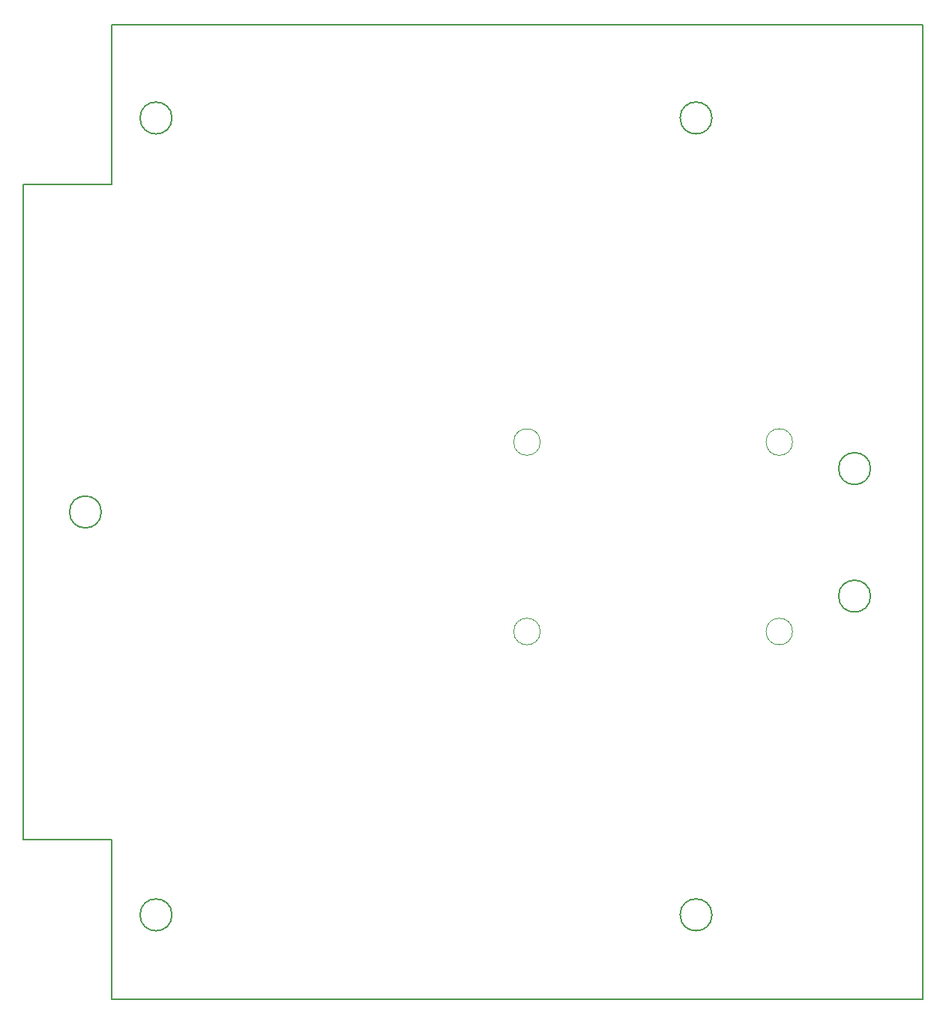
<source format=gbr>
%TF.GenerationSoftware,KiCad,Pcbnew,(6.0.7)*%
%TF.CreationDate,2022-10-11T21:25:08+02:00*%
%TF.ProjectId,Taupunktlueftung,54617570-756e-46b7-946c-75656674756e,rev?*%
%TF.SameCoordinates,Original*%
%TF.FileFunction,Profile,NP*%
%FSLAX46Y46*%
G04 Gerber Fmt 4.6, Leading zero omitted, Abs format (unit mm)*
G04 Created by KiCad (PCBNEW (6.0.7)) date 2022-10-11 21:25:08*
%MOMM*%
%LPD*%
G01*
G04 APERTURE LIST*
%TA.AperFunction,Profile*%
%ADD10C,0.150000*%
%TD*%
%TA.AperFunction,Profile*%
%ADD11C,0.120000*%
%TD*%
G04 APERTURE END LIST*
D10*
X130000000Y-153000000D02*
X38400000Y-153000000D01*
X130000000Y-43000000D02*
X130000000Y-153000000D01*
X28400000Y-61000000D02*
X38400000Y-61000000D01*
X38400000Y-61000000D02*
X38400000Y-43000000D01*
X38400000Y-135000000D02*
X38400000Y-153000000D01*
X106200000Y-53500000D02*
G75*
G03*
X106200000Y-53500000I-1800000J0D01*
G01*
X45200000Y-143500000D02*
G75*
G03*
X45200000Y-143500000I-1800000J0D01*
G01*
X45200000Y-53500000D02*
G75*
G03*
X45200000Y-53500000I-1800000J0D01*
G01*
X38400000Y-43000000D02*
X130000000Y-43000000D01*
X124100000Y-107500000D02*
G75*
G03*
X124100000Y-107500000I-1800000J0D01*
G01*
X124100000Y-93100000D02*
G75*
G03*
X124100000Y-93100000I-1800000J0D01*
G01*
X37225000Y-98000000D02*
G75*
G03*
X37225000Y-98000000I-1800000J0D01*
G01*
X106200000Y-143500000D02*
G75*
G03*
X106200000Y-143500000I-1800000J0D01*
G01*
X28400000Y-135000000D02*
X38400000Y-135000000D01*
X28400000Y-135000000D02*
X28400000Y-61000000D01*
D11*
%TO.C,RLY1*%
X86800000Y-90100000D02*
G75*
G03*
X86800000Y-90100000I-1500000J0D01*
G01*
X86800000Y-111500000D02*
G75*
G03*
X86800000Y-111500000I-1500000J0D01*
G01*
X115300000Y-111500000D02*
G75*
G03*
X115300000Y-111500000I-1500000J0D01*
G01*
X115300000Y-90100000D02*
G75*
G03*
X115300000Y-90100000I-1500000J0D01*
G01*
%TD*%
M02*

</source>
